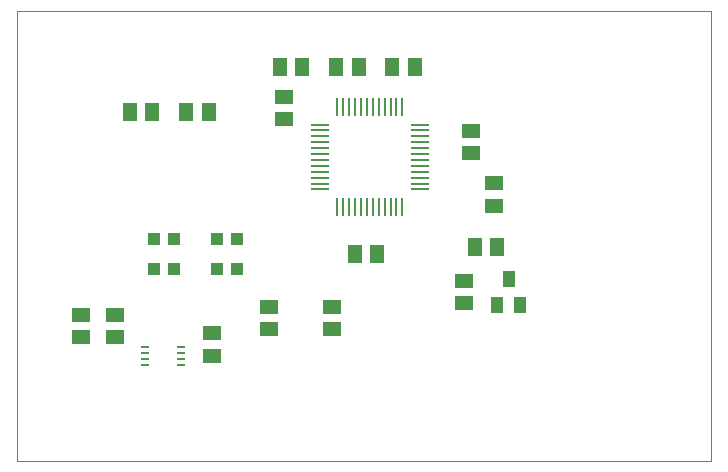
<source format=gbp>
G75*
%MOIN*%
%OFA0B0*%
%FSLAX25Y25*%
%IPPOS*%
%LPD*%
%AMOC8*
5,1,8,0,0,1.08239X$1,22.5*
%
%ADD10C,0.00000*%
%ADD11R,0.02953X0.00984*%
%ADD12R,0.05906X0.05118*%
%ADD13R,0.05906X0.01102*%
%ADD14R,0.01102X0.05906*%
%ADD15R,0.05118X0.05906*%
%ADD16R,0.03937X0.05512*%
%ADD17R,0.03937X0.04331*%
D10*
X0002550Y0001800D02*
X0002550Y0151761D01*
X0233751Y0151761D01*
X0233751Y0001800D01*
X0002550Y0001800D01*
D11*
X0045001Y0033847D03*
X0045001Y0035816D03*
X0045001Y0037784D03*
X0045001Y0039753D03*
X0057206Y0039753D03*
X0057206Y0037784D03*
X0057206Y0035816D03*
X0057206Y0033847D03*
D12*
X0067550Y0036810D03*
X0067550Y0044290D03*
X0086300Y0045560D03*
X0086300Y0053040D03*
X0107550Y0053040D03*
X0107550Y0045560D03*
X0151300Y0054310D03*
X0151300Y0061790D03*
X0161300Y0086810D03*
X0161300Y0094290D03*
X0153800Y0104310D03*
X0153800Y0111790D03*
X0091300Y0115560D03*
X0091300Y0123040D03*
X0035050Y0050540D03*
X0023800Y0050540D03*
X0023800Y0043060D03*
X0035050Y0043060D03*
D13*
X0103318Y0092223D03*
X0103318Y0094192D03*
X0103318Y0096160D03*
X0103318Y0098129D03*
X0103318Y0100097D03*
X0103318Y0102066D03*
X0103318Y0104034D03*
X0103318Y0106003D03*
X0103318Y0107971D03*
X0103318Y0109940D03*
X0103318Y0111908D03*
X0103318Y0113877D03*
X0136782Y0113877D03*
X0136782Y0111908D03*
X0136782Y0109940D03*
X0136782Y0107971D03*
X0136782Y0106003D03*
X0136782Y0104034D03*
X0136782Y0102066D03*
X0136782Y0100097D03*
X0136782Y0098129D03*
X0136782Y0096160D03*
X0136782Y0094192D03*
X0136782Y0092223D03*
D14*
X0130877Y0086318D03*
X0128908Y0086318D03*
X0126940Y0086318D03*
X0124971Y0086318D03*
X0123003Y0086318D03*
X0121034Y0086318D03*
X0119066Y0086318D03*
X0117097Y0086318D03*
X0115129Y0086318D03*
X0113160Y0086318D03*
X0111192Y0086318D03*
X0109223Y0086318D03*
X0109223Y0119782D03*
X0111192Y0119782D03*
X0113160Y0119782D03*
X0115129Y0119782D03*
X0117097Y0119782D03*
X0119066Y0119782D03*
X0121034Y0119782D03*
X0123003Y0119782D03*
X0124971Y0119782D03*
X0126940Y0119782D03*
X0128908Y0119782D03*
X0130877Y0119782D03*
D15*
X0127560Y0133050D03*
X0135040Y0133050D03*
X0116290Y0133050D03*
X0108810Y0133050D03*
X0097540Y0133050D03*
X0090060Y0133050D03*
X0066290Y0118050D03*
X0058810Y0118050D03*
X0047540Y0118050D03*
X0040060Y0118050D03*
X0115060Y0070550D03*
X0122540Y0070550D03*
X0155060Y0073050D03*
X0162540Y0073050D03*
D16*
X0166300Y0062381D03*
X0162560Y0053719D03*
X0170040Y0053719D03*
D17*
X0075896Y0065550D03*
X0069204Y0065550D03*
X0069204Y0075550D03*
X0075896Y0075550D03*
X0054646Y0075550D03*
X0047954Y0075550D03*
X0047954Y0065550D03*
X0054646Y0065550D03*
M02*

</source>
